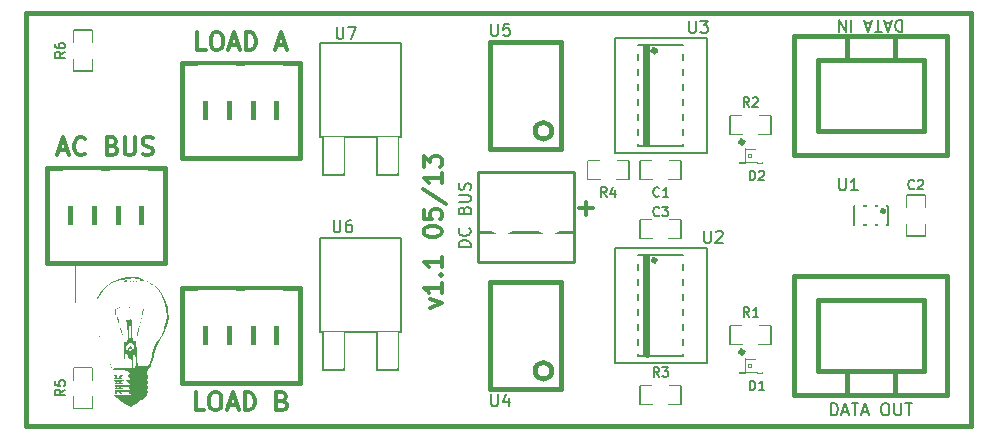
<source format=gto>
G04 (created by PCBNEW (2013-03-31 BZR 4008)-stable) date 2013-07-24 10:52:05 PM*
%MOIN*%
G04 Gerber Fmt 3.4, Leading zero omitted, Abs format*
%FSLAX34Y34*%
G01*
G70*
G90*
G04 APERTURE LIST*
%ADD10C,2.3622e-006*%
%ADD11C,0.015*%
%ADD12C,0.012*%
%ADD13C,0.006*%
%ADD14C,0.0001*%
%ADD15C,0.005*%
%ADD16C,0.0026*%
%ADD17C,0.004*%
%ADD18C,0.002*%
%ADD19C,0.0078*%
%ADD20C,0.008*%
%ADD21C,0.01*%
%ADD22C,0.16*%
%ADD23R,0.049X0.059*%
%ADD24R,0.059X0.049*%
%ADD25R,0.0512X0.0512*%
%ADD26R,0.069X0.124*%
%ADD27R,0.244X0.244*%
%ADD28R,0.0606X0.0709*%
%ADD29R,0.0638X0.0741*%
%ADD30R,0.0276X0.0394*%
%ADD31R,0.0906X0.0276*%
%ADD32O,0.104X0.179*%
%ADD33R,0.126X0.1205*%
%ADD34C,0.084*%
%ADD35R,0.084X0.084*%
G04 APERTURE END LIST*
G54D10*
G54D11*
X33750Y-27050D02*
G75*
G03X33750Y-27050I-50J0D01*
G74*
G01*
X33750Y-20050D02*
G75*
G03X33750Y-20050I-50J0D01*
G74*
G01*
G54D12*
X23297Y-25573D02*
X23697Y-25431D01*
X23297Y-25288D01*
X23697Y-24745D02*
X23697Y-25088D01*
X23697Y-24916D02*
X23097Y-24916D01*
X23183Y-24973D01*
X23240Y-25031D01*
X23269Y-25088D01*
X23640Y-24488D02*
X23669Y-24459D01*
X23697Y-24488D01*
X23669Y-24516D01*
X23640Y-24488D01*
X23697Y-24488D01*
X23697Y-23888D02*
X23697Y-24231D01*
X23697Y-24059D02*
X23097Y-24059D01*
X23183Y-24116D01*
X23240Y-24173D01*
X23269Y-24231D01*
X23097Y-23059D02*
X23097Y-23002D01*
X23126Y-22945D01*
X23155Y-22916D01*
X23212Y-22888D01*
X23326Y-22859D01*
X23469Y-22859D01*
X23583Y-22888D01*
X23640Y-22916D01*
X23669Y-22945D01*
X23697Y-23002D01*
X23697Y-23059D01*
X23669Y-23116D01*
X23640Y-23145D01*
X23583Y-23173D01*
X23469Y-23202D01*
X23326Y-23202D01*
X23212Y-23173D01*
X23155Y-23145D01*
X23126Y-23116D01*
X23097Y-23059D01*
X23097Y-22316D02*
X23097Y-22602D01*
X23383Y-22630D01*
X23355Y-22602D01*
X23326Y-22545D01*
X23326Y-22402D01*
X23355Y-22345D01*
X23383Y-22316D01*
X23440Y-22288D01*
X23583Y-22288D01*
X23640Y-22316D01*
X23669Y-22345D01*
X23697Y-22402D01*
X23697Y-22545D01*
X23669Y-22602D01*
X23640Y-22630D01*
X23069Y-21602D02*
X23840Y-22116D01*
X23697Y-21088D02*
X23697Y-21430D01*
X23697Y-21259D02*
X23097Y-21259D01*
X23183Y-21316D01*
X23240Y-21373D01*
X23269Y-21430D01*
X23097Y-20888D02*
X23097Y-20516D01*
X23326Y-20716D01*
X23326Y-20630D01*
X23355Y-20573D01*
X23383Y-20545D01*
X23440Y-20516D01*
X23583Y-20516D01*
X23640Y-20545D01*
X23669Y-20573D01*
X23697Y-20630D01*
X23697Y-20802D01*
X23669Y-20859D01*
X23640Y-20888D01*
G54D11*
X9843Y-29528D02*
X9843Y-15748D01*
X41339Y-29528D02*
X9843Y-29528D01*
X41339Y-15748D02*
X41339Y-29528D01*
X9843Y-15748D02*
X41339Y-15748D01*
X38439Y-22353D02*
G75*
G03X38439Y-22353I-34J0D01*
G74*
G01*
X30826Y-23996D02*
G75*
G03X30826Y-23996I-39J0D01*
G74*
G01*
X30842Y-17008D02*
G75*
G03X30842Y-17008I-55J0D01*
G74*
G01*
X30551Y-23858D02*
X30551Y-27165D01*
X30551Y-16850D02*
X30551Y-20118D01*
G54D13*
X36676Y-29161D02*
X36676Y-28761D01*
X36771Y-28761D01*
X36828Y-28780D01*
X36866Y-28819D01*
X36885Y-28857D01*
X36904Y-28933D01*
X36904Y-28990D01*
X36885Y-29066D01*
X36866Y-29104D01*
X36828Y-29142D01*
X36771Y-29161D01*
X36676Y-29161D01*
X37057Y-29047D02*
X37247Y-29047D01*
X37019Y-29161D02*
X37152Y-28761D01*
X37285Y-29161D01*
X37361Y-28761D02*
X37590Y-28761D01*
X37476Y-29161D02*
X37476Y-28761D01*
X37704Y-29047D02*
X37895Y-29047D01*
X37666Y-29161D02*
X37800Y-28761D01*
X37933Y-29161D01*
X38447Y-28761D02*
X38523Y-28761D01*
X38561Y-28780D01*
X38600Y-28819D01*
X38619Y-28895D01*
X38619Y-29028D01*
X38600Y-29104D01*
X38561Y-29142D01*
X38523Y-29161D01*
X38447Y-29161D01*
X38409Y-29142D01*
X38371Y-29104D01*
X38352Y-29028D01*
X38352Y-28895D01*
X38371Y-28819D01*
X38409Y-28780D01*
X38447Y-28761D01*
X38790Y-28761D02*
X38790Y-29085D01*
X38809Y-29123D01*
X38828Y-29142D01*
X38866Y-29161D01*
X38942Y-29161D01*
X38980Y-29142D01*
X39000Y-29123D01*
X39019Y-29085D01*
X39019Y-28761D01*
X39152Y-28761D02*
X39380Y-28761D01*
X39266Y-29161D02*
X39266Y-28761D01*
X39049Y-15980D02*
X39049Y-16380D01*
X38953Y-16380D01*
X38896Y-16361D01*
X38858Y-16322D01*
X38839Y-16284D01*
X38820Y-16208D01*
X38820Y-16151D01*
X38839Y-16075D01*
X38858Y-16037D01*
X38896Y-15999D01*
X38953Y-15980D01*
X39049Y-15980D01*
X38668Y-16094D02*
X38477Y-16094D01*
X38706Y-15980D02*
X38572Y-16380D01*
X38439Y-15980D01*
X38363Y-16380D02*
X38134Y-16380D01*
X38249Y-15980D02*
X38249Y-16380D01*
X38020Y-16094D02*
X37830Y-16094D01*
X38058Y-15980D02*
X37925Y-16380D01*
X37792Y-15980D01*
X37353Y-15980D02*
X37353Y-16380D01*
X37163Y-15980D02*
X37163Y-16380D01*
X36934Y-15980D01*
X36934Y-16380D01*
X38470Y-22317D02*
G75*
G03X38470Y-22317I-31J0D01*
G74*
G01*
G54D12*
X28271Y-22264D02*
X28728Y-22264D01*
X28500Y-22492D02*
X28500Y-22035D01*
G54D13*
X24661Y-23557D02*
X24261Y-23557D01*
X24261Y-23461D01*
X24280Y-23404D01*
X24319Y-23366D01*
X24357Y-23347D01*
X24433Y-23328D01*
X24490Y-23328D01*
X24566Y-23347D01*
X24604Y-23366D01*
X24642Y-23404D01*
X24661Y-23461D01*
X24661Y-23557D01*
X24623Y-22928D02*
X24642Y-22947D01*
X24661Y-23004D01*
X24661Y-23042D01*
X24642Y-23099D01*
X24604Y-23138D01*
X24566Y-23157D01*
X24490Y-23176D01*
X24433Y-23176D01*
X24357Y-23157D01*
X24319Y-23138D01*
X24280Y-23099D01*
X24261Y-23042D01*
X24261Y-23004D01*
X24280Y-22947D01*
X24300Y-22928D01*
X24452Y-22319D02*
X24471Y-22261D01*
X24490Y-22242D01*
X24528Y-22223D01*
X24585Y-22223D01*
X24623Y-22242D01*
X24642Y-22261D01*
X24661Y-22300D01*
X24661Y-22452D01*
X24261Y-22452D01*
X24261Y-22319D01*
X24280Y-22280D01*
X24300Y-22261D01*
X24338Y-22242D01*
X24376Y-22242D01*
X24414Y-22261D01*
X24433Y-22280D01*
X24452Y-22319D01*
X24452Y-22452D01*
X24261Y-22052D02*
X24585Y-22052D01*
X24623Y-22033D01*
X24642Y-22014D01*
X24661Y-21976D01*
X24661Y-21900D01*
X24642Y-21861D01*
X24623Y-21842D01*
X24585Y-21823D01*
X24261Y-21823D01*
X24642Y-21652D02*
X24661Y-21595D01*
X24661Y-21500D01*
X24642Y-21461D01*
X24623Y-21442D01*
X24585Y-21423D01*
X24547Y-21423D01*
X24509Y-21442D01*
X24490Y-21461D01*
X24471Y-21500D01*
X24452Y-21576D01*
X24433Y-21614D01*
X24414Y-21633D01*
X24376Y-21652D01*
X24338Y-21652D01*
X24300Y-21633D01*
X24280Y-21614D01*
X24261Y-21576D01*
X24261Y-21480D01*
X24280Y-21423D01*
G54D12*
X15785Y-28992D02*
X15500Y-28992D01*
X15500Y-28392D01*
X16100Y-28392D02*
X16214Y-28392D01*
X16271Y-28421D01*
X16328Y-28478D01*
X16357Y-28592D01*
X16357Y-28792D01*
X16328Y-28907D01*
X16271Y-28964D01*
X16214Y-28992D01*
X16100Y-28992D01*
X16042Y-28964D01*
X15985Y-28907D01*
X15957Y-28792D01*
X15957Y-28592D01*
X15985Y-28478D01*
X16042Y-28421D01*
X16100Y-28392D01*
X16585Y-28821D02*
X16871Y-28821D01*
X16528Y-28992D02*
X16728Y-28392D01*
X16928Y-28992D01*
X17128Y-28992D02*
X17128Y-28392D01*
X17271Y-28392D01*
X17357Y-28421D01*
X17414Y-28478D01*
X17442Y-28535D01*
X17471Y-28650D01*
X17471Y-28735D01*
X17442Y-28850D01*
X17414Y-28907D01*
X17357Y-28964D01*
X17271Y-28992D01*
X17128Y-28992D01*
X18385Y-28678D02*
X18471Y-28707D01*
X18500Y-28735D01*
X18528Y-28792D01*
X18528Y-28878D01*
X18500Y-28935D01*
X18471Y-28964D01*
X18414Y-28992D01*
X18185Y-28992D01*
X18185Y-28392D01*
X18385Y-28392D01*
X18442Y-28421D01*
X18471Y-28450D01*
X18500Y-28507D01*
X18500Y-28564D01*
X18471Y-28621D01*
X18442Y-28650D01*
X18385Y-28678D01*
X18185Y-28678D01*
X15828Y-16992D02*
X15542Y-16992D01*
X15542Y-16392D01*
X16142Y-16392D02*
X16257Y-16392D01*
X16314Y-16421D01*
X16371Y-16478D01*
X16400Y-16592D01*
X16400Y-16792D01*
X16371Y-16907D01*
X16314Y-16964D01*
X16257Y-16992D01*
X16142Y-16992D01*
X16085Y-16964D01*
X16028Y-16907D01*
X16000Y-16792D01*
X16000Y-16592D01*
X16028Y-16478D01*
X16085Y-16421D01*
X16142Y-16392D01*
X16628Y-16821D02*
X16914Y-16821D01*
X16571Y-16992D02*
X16771Y-16392D01*
X16971Y-16992D01*
X17171Y-16992D02*
X17171Y-16392D01*
X17314Y-16392D01*
X17400Y-16421D01*
X17457Y-16478D01*
X17485Y-16535D01*
X17514Y-16650D01*
X17514Y-16735D01*
X17485Y-16850D01*
X17457Y-16907D01*
X17400Y-16964D01*
X17314Y-16992D01*
X17171Y-16992D01*
X18200Y-16821D02*
X18485Y-16821D01*
X18142Y-16992D02*
X18342Y-16392D01*
X18542Y-16992D01*
X10928Y-20321D02*
X11214Y-20321D01*
X10871Y-20492D02*
X11071Y-19892D01*
X11271Y-20492D01*
X11814Y-20435D02*
X11785Y-20464D01*
X11700Y-20492D01*
X11642Y-20492D01*
X11557Y-20464D01*
X11500Y-20407D01*
X11471Y-20350D01*
X11442Y-20235D01*
X11442Y-20150D01*
X11471Y-20035D01*
X11500Y-19978D01*
X11557Y-19921D01*
X11642Y-19892D01*
X11700Y-19892D01*
X11785Y-19921D01*
X11814Y-19950D01*
X12728Y-20178D02*
X12814Y-20207D01*
X12842Y-20235D01*
X12871Y-20292D01*
X12871Y-20378D01*
X12842Y-20435D01*
X12814Y-20464D01*
X12757Y-20492D01*
X12528Y-20492D01*
X12528Y-19892D01*
X12728Y-19892D01*
X12785Y-19921D01*
X12814Y-19950D01*
X12842Y-20007D01*
X12842Y-20064D01*
X12814Y-20121D01*
X12785Y-20150D01*
X12728Y-20178D01*
X12528Y-20178D01*
X13128Y-19892D02*
X13128Y-20378D01*
X13157Y-20435D01*
X13185Y-20464D01*
X13242Y-20492D01*
X13357Y-20492D01*
X13414Y-20464D01*
X13442Y-20435D01*
X13471Y-20378D01*
X13471Y-19892D01*
X13728Y-20464D02*
X13814Y-20492D01*
X13957Y-20492D01*
X14014Y-20464D01*
X14042Y-20435D01*
X14071Y-20378D01*
X14071Y-20321D01*
X14042Y-20264D01*
X14014Y-20235D01*
X13957Y-20207D01*
X13842Y-20178D01*
X13785Y-20150D01*
X13757Y-20121D01*
X13728Y-20064D01*
X13728Y-20007D01*
X13757Y-19950D01*
X13785Y-19921D01*
X13842Y-19892D01*
X13985Y-19892D01*
X14071Y-19921D01*
G54D14*
G36*
X15150Y-24033D02*
X13325Y-24041D01*
X11500Y-24050D01*
X11491Y-26792D01*
X11483Y-29533D01*
X11475Y-26775D01*
X11467Y-24017D01*
X13308Y-24025D01*
X15150Y-24033D01*
X15150Y-24033D01*
X15150Y-24033D01*
G37*
G36*
X14594Y-25906D02*
X14573Y-26071D01*
X14523Y-26239D01*
X14467Y-26367D01*
X14467Y-26333D01*
X14450Y-26317D01*
X14433Y-26333D01*
X14450Y-26350D01*
X14467Y-26333D01*
X14467Y-26367D01*
X14441Y-26427D01*
X14321Y-26650D01*
X14316Y-26658D01*
X14213Y-26849D01*
X14145Y-27005D01*
X14105Y-27144D01*
X14096Y-27192D01*
X14066Y-27325D01*
X14025Y-27450D01*
X13994Y-27517D01*
X13922Y-27657D01*
X13891Y-27767D01*
X13903Y-27838D01*
X13908Y-27845D01*
X13925Y-27894D01*
X13906Y-27926D01*
X13886Y-27977D01*
X13906Y-28009D01*
X13926Y-28057D01*
X13906Y-28093D01*
X13886Y-28144D01*
X13906Y-28176D01*
X13926Y-28223D01*
X13906Y-28259D01*
X13886Y-28311D01*
X13906Y-28342D01*
X13914Y-28394D01*
X13874Y-28471D01*
X13794Y-28564D01*
X13700Y-28647D01*
X13700Y-28596D01*
X13678Y-28594D01*
X13667Y-28600D01*
X13635Y-28631D01*
X13633Y-28637D01*
X13655Y-28639D01*
X13667Y-28633D01*
X13698Y-28602D01*
X13700Y-28596D01*
X13700Y-28647D01*
X13682Y-28664D01*
X13557Y-28753D01*
X13504Y-28786D01*
X13504Y-27475D01*
X13504Y-27335D01*
X13500Y-27294D01*
X13500Y-27100D01*
X13483Y-27083D01*
X13467Y-27100D01*
X13483Y-27117D01*
X13500Y-27100D01*
X13500Y-27294D01*
X13495Y-27243D01*
X13473Y-27184D01*
X13461Y-27168D01*
X13461Y-27038D01*
X13458Y-27033D01*
X13458Y-26957D01*
X13452Y-26896D01*
X13427Y-26822D01*
X13388Y-26758D01*
X13382Y-26752D01*
X13345Y-26727D01*
X13333Y-26731D01*
X13333Y-26412D01*
X13333Y-26367D01*
X13329Y-26236D01*
X13320Y-26133D01*
X13305Y-26074D01*
X13300Y-26067D01*
X13283Y-26087D01*
X13272Y-26170D01*
X13267Y-26312D01*
X13267Y-26367D01*
X13270Y-26525D01*
X13279Y-26627D01*
X13294Y-26667D01*
X13300Y-26667D01*
X13315Y-26626D01*
X13327Y-26535D01*
X13333Y-26412D01*
X13333Y-26731D01*
X13304Y-26743D01*
X13251Y-26796D01*
X13188Y-26870D01*
X13170Y-26919D01*
X13191Y-26960D01*
X13199Y-26969D01*
X13258Y-27001D01*
X13322Y-27004D01*
X13363Y-26980D01*
X13367Y-26964D01*
X13349Y-26921D01*
X13302Y-26932D01*
X13275Y-26954D01*
X13248Y-26969D01*
X13247Y-26929D01*
X13278Y-26871D01*
X13330Y-26859D01*
X13375Y-26897D01*
X13383Y-26915D01*
X13414Y-26970D01*
X13439Y-26983D01*
X13458Y-26957D01*
X13458Y-27033D01*
X13455Y-27028D01*
X13416Y-27024D01*
X13411Y-27028D01*
X13416Y-27047D01*
X13433Y-27050D01*
X13461Y-27038D01*
X13461Y-27168D01*
X13447Y-27151D01*
X13422Y-27134D01*
X13408Y-27152D01*
X13401Y-27215D01*
X13400Y-27335D01*
X13400Y-27337D01*
X13403Y-27457D01*
X13411Y-27548D01*
X13421Y-27594D01*
X13422Y-27594D01*
X13466Y-27616D01*
X13493Y-27574D01*
X13504Y-27475D01*
X13504Y-28786D01*
X13456Y-28817D01*
X13377Y-28863D01*
X13337Y-28883D01*
X13336Y-28883D01*
X13299Y-28867D01*
X13223Y-28827D01*
X13150Y-28786D01*
X13036Y-28712D01*
X12929Y-28628D01*
X12885Y-28587D01*
X12787Y-28483D01*
X13085Y-28479D01*
X13209Y-28476D01*
X13294Y-28471D01*
X13330Y-28464D01*
X13324Y-28460D01*
X13284Y-28434D01*
X13285Y-28414D01*
X13267Y-28396D01*
X13198Y-28387D01*
X13143Y-28386D01*
X13054Y-28390D01*
X13025Y-28400D01*
X13050Y-28417D01*
X13089Y-28437D01*
X13071Y-28445D01*
X13025Y-28447D01*
X12951Y-28434D01*
X12933Y-28398D01*
X12917Y-28364D01*
X12899Y-28367D01*
X12880Y-28407D01*
X12885Y-28419D01*
X12875Y-28445D01*
X12850Y-28450D01*
X12814Y-28433D01*
X12819Y-28413D01*
X12816Y-28365D01*
X12796Y-28343D01*
X12794Y-28326D01*
X12858Y-28323D01*
X12950Y-28328D01*
X13081Y-28333D01*
X13205Y-28327D01*
X13267Y-28318D01*
X13326Y-28300D01*
X13333Y-28288D01*
X13323Y-28287D01*
X13282Y-28269D01*
X13283Y-28250D01*
X13266Y-28230D01*
X13191Y-28220D01*
X13127Y-28220D01*
X13032Y-28224D01*
X12998Y-28231D01*
X13019Y-28245D01*
X13033Y-28250D01*
X13067Y-28265D01*
X13046Y-28274D01*
X12966Y-28279D01*
X12933Y-28279D01*
X12933Y-28215D01*
X12913Y-28195D01*
X12900Y-28200D01*
X12868Y-28230D01*
X12867Y-28235D01*
X12892Y-28249D01*
X12900Y-28250D01*
X12932Y-28224D01*
X12933Y-28215D01*
X12933Y-28279D01*
X12830Y-28277D01*
X12788Y-28267D01*
X12800Y-28249D01*
X12833Y-28218D01*
X12807Y-28188D01*
X12800Y-28184D01*
X12798Y-28167D01*
X12855Y-28156D01*
X12973Y-28151D01*
X13050Y-28150D01*
X13199Y-28147D01*
X13284Y-28138D01*
X13307Y-28124D01*
X13300Y-28117D01*
X13273Y-28089D01*
X13283Y-28082D01*
X13282Y-28069D01*
X13233Y-28044D01*
X13182Y-28015D01*
X13192Y-27996D01*
X13200Y-27993D01*
X13274Y-27970D01*
X13294Y-27964D01*
X13317Y-27943D01*
X13288Y-27900D01*
X13282Y-27894D01*
X13245Y-27847D01*
X13258Y-27815D01*
X13277Y-27800D01*
X13316Y-27752D01*
X13291Y-27713D01*
X13206Y-27684D01*
X13062Y-27667D01*
X13029Y-27665D01*
X12905Y-27659D01*
X12807Y-27655D01*
X12754Y-27652D01*
X12751Y-27652D01*
X12740Y-27633D01*
X12753Y-27617D01*
X12799Y-27601D01*
X12895Y-27588D01*
X13023Y-27579D01*
X13078Y-27578D01*
X13370Y-27572D01*
X13360Y-27361D01*
X13352Y-27252D01*
X13339Y-27176D01*
X13325Y-27150D01*
X13305Y-27178D01*
X13298Y-27225D01*
X13294Y-27275D01*
X13282Y-27267D01*
X13259Y-27217D01*
X13233Y-27148D01*
X13226Y-27114D01*
X13203Y-27096D01*
X13183Y-27094D01*
X13142Y-27105D01*
X13139Y-27114D01*
X13139Y-27157D01*
X13135Y-27238D01*
X13135Y-27250D01*
X13126Y-27319D01*
X13112Y-27322D01*
X13106Y-27310D01*
X13097Y-27254D01*
X13094Y-27148D01*
X13094Y-27012D01*
X13097Y-26927D01*
X13104Y-26798D01*
X13112Y-26708D01*
X13120Y-26668D01*
X13125Y-26675D01*
X13150Y-26739D01*
X13185Y-26740D01*
X13215Y-26692D01*
X13227Y-26622D01*
X13232Y-26508D01*
X13230Y-26373D01*
X13223Y-26236D01*
X13211Y-26119D01*
X13195Y-26044D01*
X13192Y-26037D01*
X13176Y-25991D01*
X13208Y-25987D01*
X13229Y-25992D01*
X13285Y-25995D01*
X13300Y-25981D01*
X13324Y-25964D01*
X13342Y-25968D01*
X13362Y-26000D01*
X13375Y-26081D01*
X13382Y-26218D01*
X13383Y-26339D01*
X13386Y-26514D01*
X13395Y-26630D01*
X13410Y-26692D01*
X13425Y-26708D01*
X13466Y-26692D01*
X13495Y-26645D01*
X13511Y-26621D01*
X13520Y-26654D01*
X13525Y-26748D01*
X13525Y-26800D01*
X13530Y-26961D01*
X13542Y-27144D01*
X13555Y-27283D01*
X13583Y-27533D01*
X13747Y-27533D01*
X13850Y-27529D01*
X13911Y-27507D01*
X13954Y-27458D01*
X13970Y-27433D01*
X14011Y-27329D01*
X14031Y-27213D01*
X14031Y-27207D01*
X14049Y-27109D01*
X14093Y-26975D01*
X14155Y-26827D01*
X14225Y-26686D01*
X14294Y-26572D01*
X14329Y-26528D01*
X14370Y-26472D01*
X14376Y-26437D01*
X14380Y-26418D01*
X14391Y-26417D01*
X14421Y-26391D01*
X14422Y-26375D01*
X14430Y-26322D01*
X14453Y-26229D01*
X14479Y-26138D01*
X14529Y-25873D01*
X14521Y-25603D01*
X14458Y-25343D01*
X14343Y-25105D01*
X14239Y-24967D01*
X14150Y-24867D01*
X14260Y-24966D01*
X14389Y-25120D01*
X14493Y-25319D01*
X14565Y-25542D01*
X14592Y-25728D01*
X14594Y-25906D01*
X14594Y-25906D01*
X14594Y-25906D01*
G37*
G36*
X13102Y-27995D02*
X13097Y-28008D01*
X13067Y-28022D01*
X13010Y-28049D01*
X13012Y-28067D01*
X13050Y-28084D01*
X13069Y-28101D01*
X13028Y-28110D01*
X12933Y-28114D01*
X12933Y-28048D01*
X12913Y-28028D01*
X12900Y-28033D01*
X12868Y-28063D01*
X12867Y-28068D01*
X12892Y-28083D01*
X12900Y-28083D01*
X12932Y-28058D01*
X12933Y-28048D01*
X12933Y-28114D01*
X12830Y-28111D01*
X12788Y-28101D01*
X12800Y-28083D01*
X12833Y-28051D01*
X12807Y-28021D01*
X12800Y-28017D01*
X12791Y-27998D01*
X12840Y-27988D01*
X12950Y-27986D01*
X13055Y-27988D01*
X13102Y-27995D01*
X13102Y-27995D01*
X13102Y-27995D01*
G37*
G36*
X13085Y-27835D02*
X13054Y-27855D01*
X13014Y-27888D01*
X13032Y-27916D01*
X13038Y-27920D01*
X13040Y-27938D01*
X12979Y-27948D01*
X12921Y-27949D01*
X12826Y-27947D01*
X12786Y-27935D01*
X12791Y-27911D01*
X12797Y-27903D01*
X12818Y-27860D01*
X12793Y-27839D01*
X12786Y-27825D01*
X12824Y-27819D01*
X12877Y-27830D01*
X12879Y-27867D01*
X12880Y-27909D01*
X12896Y-27917D01*
X12929Y-27890D01*
X12933Y-27867D01*
X12962Y-27827D01*
X13025Y-27818D01*
X13085Y-27821D01*
X13085Y-27835D01*
X13085Y-27835D01*
X13085Y-27835D01*
G37*
G36*
X12725Y-27581D02*
X12720Y-27583D01*
X12690Y-27560D01*
X12683Y-27550D01*
X12675Y-27519D01*
X12679Y-27517D01*
X12710Y-27540D01*
X12717Y-27550D01*
X12725Y-27581D01*
X12725Y-27581D01*
X12725Y-27581D01*
G37*
G36*
X12667Y-27467D02*
X12650Y-27483D01*
X12633Y-27467D01*
X12650Y-27450D01*
X12667Y-27467D01*
X12667Y-27467D01*
X12667Y-27467D01*
G37*
G36*
X12659Y-27367D02*
X12655Y-27372D01*
X12636Y-27367D01*
X12633Y-27350D01*
X12645Y-27322D01*
X12655Y-27328D01*
X12659Y-27367D01*
X12659Y-27367D01*
X12659Y-27367D01*
G37*
G36*
X13093Y-26567D02*
X13089Y-26572D01*
X13069Y-26567D01*
X13067Y-26550D01*
X13079Y-26522D01*
X13089Y-26528D01*
X13093Y-26567D01*
X13093Y-26567D01*
X13093Y-26567D01*
G37*
G36*
X12300Y-26533D02*
X12283Y-26550D01*
X12267Y-26533D01*
X12283Y-26517D01*
X12300Y-26533D01*
X12300Y-26533D01*
X12300Y-26533D01*
G37*
G36*
X13630Y-26183D02*
X13622Y-26243D01*
X13601Y-26339D01*
X13586Y-26400D01*
X13560Y-26483D01*
X13542Y-26522D01*
X13537Y-26517D01*
X13544Y-26457D01*
X13565Y-26360D01*
X13581Y-26300D01*
X13607Y-26217D01*
X13624Y-26177D01*
X13630Y-26183D01*
X13630Y-26183D01*
X13630Y-26183D01*
G37*
G36*
X13060Y-26462D02*
X13057Y-26470D01*
X13041Y-26450D01*
X13015Y-26384D01*
X13003Y-26347D01*
X12981Y-26260D01*
X12973Y-26205D01*
X12976Y-26196D01*
X12992Y-26216D01*
X13018Y-26282D01*
X13030Y-26320D01*
X13052Y-26406D01*
X13060Y-26462D01*
X13060Y-26462D01*
X13060Y-26462D01*
G37*
G36*
X12962Y-26132D02*
X12961Y-26133D01*
X12945Y-26110D01*
X12914Y-26038D01*
X12874Y-25931D01*
X12863Y-25897D01*
X12826Y-25778D01*
X12805Y-25685D01*
X12803Y-25634D01*
X12806Y-25630D01*
X12828Y-25631D01*
X12827Y-25639D01*
X12833Y-25682D01*
X12857Y-25770D01*
X12893Y-25884D01*
X12896Y-25894D01*
X12932Y-26006D01*
X12956Y-26091D01*
X12962Y-26132D01*
X12962Y-26132D01*
X12962Y-26132D01*
G37*
G36*
X13661Y-26070D02*
X13656Y-26089D01*
X13641Y-26102D01*
X13636Y-26069D01*
X13642Y-26026D01*
X13653Y-26026D01*
X13661Y-26070D01*
X13661Y-26070D01*
X13661Y-26070D01*
G37*
G36*
X13695Y-25937D02*
X13689Y-25956D01*
X13674Y-25969D01*
X13669Y-25936D01*
X13675Y-25893D01*
X13687Y-25892D01*
X13695Y-25937D01*
X13695Y-25937D01*
X13695Y-25937D01*
G37*
G36*
X13762Y-25667D02*
X13748Y-25754D01*
X13733Y-25800D01*
X13711Y-25847D01*
X13705Y-25834D01*
X13705Y-25800D01*
X13718Y-25712D01*
X13733Y-25667D01*
X13755Y-25619D01*
X13762Y-25632D01*
X13762Y-25667D01*
X13762Y-25667D01*
X13762Y-25667D01*
G37*
G36*
X12900Y-25600D02*
X12883Y-25617D01*
X12867Y-25600D01*
X12883Y-25583D01*
X12900Y-25600D01*
X12900Y-25600D01*
X12900Y-25600D01*
G37*
G36*
X12967Y-25567D02*
X12950Y-25583D01*
X12933Y-25567D01*
X12950Y-25550D01*
X12967Y-25567D01*
X12967Y-25567D01*
X12967Y-25567D01*
G37*
G36*
X13300Y-25567D02*
X13283Y-25583D01*
X13267Y-25567D01*
X13283Y-25550D01*
X13300Y-25567D01*
X13300Y-25567D01*
X13300Y-25567D01*
G37*
G36*
X12226Y-25401D02*
X12222Y-25405D01*
X12202Y-25401D01*
X12200Y-25383D01*
X12212Y-25356D01*
X12222Y-25361D01*
X12226Y-25401D01*
X12226Y-25401D01*
X12226Y-25401D01*
G37*
G36*
X13809Y-24671D02*
X13800Y-24671D01*
X13729Y-24675D01*
X13692Y-24688D01*
X13651Y-24701D01*
X13653Y-24672D01*
X13640Y-24631D01*
X13564Y-24606D01*
X13425Y-24598D01*
X13263Y-24603D01*
X12975Y-24647D01*
X12724Y-24747D01*
X12512Y-24901D01*
X12339Y-25108D01*
X12333Y-25117D01*
X12264Y-25220D01*
X12223Y-25272D01*
X12204Y-25278D01*
X12200Y-25255D01*
X12218Y-25213D01*
X12265Y-25140D01*
X12296Y-25097D01*
X12491Y-24874D01*
X12705Y-24714D01*
X12946Y-24611D01*
X13221Y-24562D01*
X13300Y-24558D01*
X13456Y-24556D01*
X13566Y-24565D01*
X13654Y-24588D01*
X13717Y-24616D01*
X13784Y-24653D01*
X13809Y-24671D01*
X13809Y-24671D01*
X13809Y-24671D01*
G37*
G36*
X14067Y-24801D02*
X14056Y-24815D01*
X14016Y-24792D01*
X13981Y-24765D01*
X13938Y-24729D01*
X13950Y-24730D01*
X13992Y-24749D01*
X14048Y-24782D01*
X14067Y-24801D01*
X14067Y-24801D01*
X14067Y-24801D01*
G37*
G36*
X13222Y-24671D02*
X13195Y-24709D01*
X13161Y-24717D01*
X13110Y-24703D01*
X13100Y-24687D01*
X13127Y-24655D01*
X13161Y-24642D01*
X13212Y-24647D01*
X13222Y-24671D01*
X13222Y-24671D01*
X13222Y-24671D01*
G37*
G36*
X13355Y-24694D02*
X13351Y-24714D01*
X13333Y-24717D01*
X13306Y-24704D01*
X13311Y-24694D01*
X13351Y-24690D01*
X13355Y-24694D01*
X13355Y-24694D01*
X13355Y-24694D01*
G37*
G36*
X13455Y-24694D02*
X13451Y-24714D01*
X13433Y-24717D01*
X13406Y-24704D01*
X13411Y-24694D01*
X13451Y-24690D01*
X13455Y-24694D01*
X13455Y-24694D01*
X13455Y-24694D01*
G37*
G36*
X13533Y-24700D02*
X13517Y-24717D01*
X13500Y-24700D01*
X13517Y-24683D01*
X13533Y-24700D01*
X13533Y-24700D01*
X13533Y-24700D01*
G37*
G36*
X13900Y-24700D02*
X13883Y-24717D01*
X13867Y-24700D01*
X13883Y-24683D01*
X13900Y-24700D01*
X13900Y-24700D01*
X13900Y-24700D01*
G37*
G54D15*
X30720Y-21300D02*
X30320Y-21300D01*
X30320Y-21300D02*
X30320Y-20700D01*
X30320Y-20700D02*
X30720Y-20700D01*
X31280Y-20700D02*
X31680Y-20700D01*
X31680Y-20700D02*
X31680Y-21300D01*
X31680Y-21300D02*
X31280Y-21300D01*
X11450Y-16720D02*
X11450Y-16320D01*
X11450Y-16320D02*
X12050Y-16320D01*
X12050Y-16320D02*
X12050Y-16720D01*
X12050Y-17280D02*
X12050Y-17680D01*
X12050Y-17680D02*
X11450Y-17680D01*
X11450Y-17680D02*
X11450Y-17280D01*
X12050Y-28530D02*
X12050Y-28930D01*
X12050Y-28930D02*
X11450Y-28930D01*
X11450Y-28930D02*
X11450Y-28530D01*
X11450Y-27970D02*
X11450Y-27570D01*
X11450Y-27570D02*
X12050Y-27570D01*
X12050Y-27570D02*
X12050Y-27970D01*
X29530Y-20700D02*
X29930Y-20700D01*
X29930Y-20700D02*
X29930Y-21300D01*
X29930Y-21300D02*
X29530Y-21300D01*
X28970Y-21300D02*
X28570Y-21300D01*
X28570Y-21300D02*
X28570Y-20700D01*
X28570Y-20700D02*
X28970Y-20700D01*
X31280Y-28200D02*
X31680Y-28200D01*
X31680Y-28200D02*
X31680Y-28800D01*
X31680Y-28800D02*
X31280Y-28800D01*
X30720Y-28800D02*
X30320Y-28800D01*
X30320Y-28800D02*
X30320Y-28200D01*
X30320Y-28200D02*
X30720Y-28200D01*
X34280Y-19200D02*
X34680Y-19200D01*
X34680Y-19200D02*
X34680Y-19800D01*
X34680Y-19800D02*
X34280Y-19800D01*
X33720Y-19800D02*
X33320Y-19800D01*
X33320Y-19800D02*
X33320Y-19200D01*
X33320Y-19200D02*
X33720Y-19200D01*
X34280Y-26200D02*
X34680Y-26200D01*
X34680Y-26200D02*
X34680Y-26800D01*
X34680Y-26800D02*
X34280Y-26800D01*
X33720Y-26800D02*
X33320Y-26800D01*
X33320Y-26800D02*
X33320Y-26200D01*
X33320Y-26200D02*
X33720Y-26200D01*
G54D16*
X33804Y-20382D02*
X33804Y-20254D01*
X33804Y-20254D02*
X33607Y-20254D01*
X33607Y-20382D02*
X33607Y-20254D01*
X33804Y-20382D02*
X33607Y-20382D01*
X33804Y-20627D02*
X33804Y-20568D01*
X33804Y-20568D02*
X33705Y-20568D01*
X33705Y-20627D02*
X33705Y-20568D01*
X33804Y-20627D02*
X33705Y-20627D01*
X33804Y-20432D02*
X33804Y-20373D01*
X33804Y-20373D02*
X33705Y-20373D01*
X33705Y-20432D02*
X33705Y-20373D01*
X33804Y-20432D02*
X33705Y-20432D01*
X33804Y-20578D02*
X33804Y-20422D01*
X33804Y-20422D02*
X33735Y-20422D01*
X33735Y-20578D02*
X33735Y-20422D01*
X33804Y-20578D02*
X33735Y-20578D01*
X34393Y-20382D02*
X34393Y-20254D01*
X34393Y-20254D02*
X34196Y-20254D01*
X34196Y-20382D02*
X34196Y-20254D01*
X34393Y-20382D02*
X34196Y-20382D01*
X34393Y-20746D02*
X34393Y-20618D01*
X34393Y-20618D02*
X34196Y-20618D01*
X34196Y-20746D02*
X34196Y-20618D01*
X34393Y-20746D02*
X34196Y-20746D01*
X34295Y-20432D02*
X34295Y-20373D01*
X34295Y-20373D02*
X34196Y-20373D01*
X34196Y-20432D02*
X34196Y-20373D01*
X34295Y-20432D02*
X34196Y-20432D01*
X34295Y-20627D02*
X34295Y-20568D01*
X34295Y-20568D02*
X34196Y-20568D01*
X34196Y-20627D02*
X34196Y-20568D01*
X34295Y-20627D02*
X34196Y-20627D01*
X34265Y-20578D02*
X34265Y-20422D01*
X34265Y-20422D02*
X34196Y-20422D01*
X34196Y-20578D02*
X34196Y-20422D01*
X34265Y-20578D02*
X34196Y-20578D01*
X34000Y-20539D02*
X34000Y-20461D01*
X34000Y-20461D02*
X33922Y-20461D01*
X33922Y-20539D02*
X33922Y-20461D01*
X34000Y-20539D02*
X33922Y-20539D01*
X33804Y-20736D02*
X33804Y-20618D01*
X33804Y-20618D02*
X33686Y-20618D01*
X33686Y-20736D02*
X33686Y-20618D01*
X33804Y-20736D02*
X33686Y-20736D01*
X33636Y-20746D02*
X33636Y-20657D01*
X33636Y-20657D02*
X33607Y-20657D01*
X33607Y-20746D02*
X33607Y-20657D01*
X33636Y-20746D02*
X33607Y-20746D01*
G54D17*
X33794Y-20274D02*
X34206Y-20274D01*
X34196Y-20726D02*
X33636Y-20726D01*
G54D18*
X33694Y-20677D02*
G75*
G03X33694Y-20677I-28J0D01*
G74*
G01*
G54D17*
X33607Y-20637D02*
G75*
G03X33607Y-20363I0J137D01*
G74*
G01*
X34393Y-20363D02*
G75*
G03X34393Y-20637I0J-137D01*
G74*
G01*
G54D16*
X33804Y-27382D02*
X33804Y-27254D01*
X33804Y-27254D02*
X33607Y-27254D01*
X33607Y-27382D02*
X33607Y-27254D01*
X33804Y-27382D02*
X33607Y-27382D01*
X33804Y-27627D02*
X33804Y-27568D01*
X33804Y-27568D02*
X33705Y-27568D01*
X33705Y-27627D02*
X33705Y-27568D01*
X33804Y-27627D02*
X33705Y-27627D01*
X33804Y-27432D02*
X33804Y-27373D01*
X33804Y-27373D02*
X33705Y-27373D01*
X33705Y-27432D02*
X33705Y-27373D01*
X33804Y-27432D02*
X33705Y-27432D01*
X33804Y-27578D02*
X33804Y-27422D01*
X33804Y-27422D02*
X33735Y-27422D01*
X33735Y-27578D02*
X33735Y-27422D01*
X33804Y-27578D02*
X33735Y-27578D01*
X34393Y-27382D02*
X34393Y-27254D01*
X34393Y-27254D02*
X34196Y-27254D01*
X34196Y-27382D02*
X34196Y-27254D01*
X34393Y-27382D02*
X34196Y-27382D01*
X34393Y-27746D02*
X34393Y-27618D01*
X34393Y-27618D02*
X34196Y-27618D01*
X34196Y-27746D02*
X34196Y-27618D01*
X34393Y-27746D02*
X34196Y-27746D01*
X34295Y-27432D02*
X34295Y-27373D01*
X34295Y-27373D02*
X34196Y-27373D01*
X34196Y-27432D02*
X34196Y-27373D01*
X34295Y-27432D02*
X34196Y-27432D01*
X34295Y-27627D02*
X34295Y-27568D01*
X34295Y-27568D02*
X34196Y-27568D01*
X34196Y-27627D02*
X34196Y-27568D01*
X34295Y-27627D02*
X34196Y-27627D01*
X34265Y-27578D02*
X34265Y-27422D01*
X34265Y-27422D02*
X34196Y-27422D01*
X34196Y-27578D02*
X34196Y-27422D01*
X34265Y-27578D02*
X34196Y-27578D01*
X34000Y-27539D02*
X34000Y-27461D01*
X34000Y-27461D02*
X33922Y-27461D01*
X33922Y-27539D02*
X33922Y-27461D01*
X34000Y-27539D02*
X33922Y-27539D01*
X33804Y-27736D02*
X33804Y-27618D01*
X33804Y-27618D02*
X33686Y-27618D01*
X33686Y-27736D02*
X33686Y-27618D01*
X33804Y-27736D02*
X33686Y-27736D01*
X33636Y-27746D02*
X33636Y-27657D01*
X33636Y-27657D02*
X33607Y-27657D01*
X33607Y-27746D02*
X33607Y-27657D01*
X33636Y-27746D02*
X33607Y-27746D01*
G54D17*
X33794Y-27274D02*
X34206Y-27274D01*
X34196Y-27726D02*
X33636Y-27726D01*
G54D18*
X33694Y-27677D02*
G75*
G03X33694Y-27677I-28J0D01*
G74*
G01*
G54D17*
X33607Y-27637D02*
G75*
G03X33607Y-27363I0J137D01*
G74*
G01*
X34393Y-27363D02*
G75*
G03X34393Y-27637I0J-137D01*
G74*
G01*
G54D15*
X21550Y-26400D02*
X21550Y-27650D01*
X21550Y-27650D02*
X22250Y-27650D01*
X22250Y-27650D02*
X22250Y-26400D01*
X19750Y-26400D02*
X19750Y-27650D01*
X19750Y-27650D02*
X20450Y-27650D01*
X20450Y-27650D02*
X20450Y-26400D01*
X22350Y-24000D02*
X22350Y-26400D01*
X22350Y-26400D02*
X19650Y-26400D01*
X19650Y-26400D02*
X19650Y-23300D01*
X19650Y-23250D02*
X22350Y-23250D01*
X22350Y-23300D02*
X22350Y-24000D01*
X21550Y-19900D02*
X21550Y-21150D01*
X21550Y-21150D02*
X22250Y-21150D01*
X22250Y-21150D02*
X22250Y-19900D01*
X19750Y-19900D02*
X19750Y-21150D01*
X19750Y-21150D02*
X20450Y-21150D01*
X20450Y-21150D02*
X20450Y-19900D01*
X22350Y-17500D02*
X22350Y-19900D01*
X22350Y-19900D02*
X19650Y-19900D01*
X19650Y-19900D02*
X19650Y-16800D01*
X19650Y-16750D02*
X22350Y-16750D01*
X22350Y-16800D02*
X22350Y-17500D01*
G54D11*
X25319Y-24728D02*
X27681Y-24728D01*
X25319Y-28272D02*
X27681Y-28272D01*
X27681Y-28272D02*
X27681Y-24728D01*
X25319Y-28272D02*
X25319Y-24728D01*
X27369Y-27681D02*
G75*
G03X27369Y-27681I-278J0D01*
G74*
G01*
X25319Y-16728D02*
X27681Y-16728D01*
X25319Y-20272D02*
X27681Y-20272D01*
X27681Y-20272D02*
X27681Y-16728D01*
X25319Y-20272D02*
X25319Y-16728D01*
X27369Y-19681D02*
G75*
G03X27369Y-19681I-278J0D01*
G74*
G01*
G54D16*
X38472Y-21949D02*
X38275Y-21949D01*
X38275Y-21949D02*
X38275Y-22186D01*
X38472Y-22186D02*
X38275Y-22186D01*
X38472Y-21949D02*
X38472Y-22186D01*
X38098Y-21949D02*
X37902Y-21949D01*
X37902Y-21949D02*
X37902Y-22186D01*
X38098Y-22186D02*
X37902Y-22186D01*
X38098Y-21949D02*
X38098Y-22186D01*
X37725Y-21949D02*
X37528Y-21949D01*
X37528Y-21949D02*
X37528Y-22186D01*
X37725Y-22186D02*
X37528Y-22186D01*
X37725Y-21949D02*
X37725Y-22186D01*
X37725Y-22814D02*
X37528Y-22814D01*
X37528Y-22814D02*
X37528Y-23051D01*
X37725Y-23051D02*
X37528Y-23051D01*
X37725Y-22814D02*
X37725Y-23051D01*
X38098Y-22814D02*
X37902Y-22814D01*
X37902Y-22814D02*
X37902Y-23051D01*
X38098Y-23051D02*
X37902Y-23051D01*
X38098Y-22814D02*
X38098Y-23051D01*
X38472Y-22814D02*
X38275Y-22814D01*
X38275Y-22814D02*
X38275Y-23051D01*
X38472Y-23051D02*
X38275Y-23051D01*
X38472Y-22814D02*
X38472Y-23051D01*
G54D13*
X37441Y-22193D02*
X38560Y-22193D01*
X38560Y-22193D02*
X38560Y-22807D01*
X38560Y-22807D02*
X37441Y-22807D01*
X37441Y-22807D02*
X37441Y-22193D01*
G54D14*
X38478Y-22304D02*
G75*
G03X38478Y-22304I-26J0D01*
G74*
G01*
G54D16*
X29780Y-23904D02*
X29780Y-24097D01*
X29780Y-24097D02*
X30213Y-24097D01*
X30213Y-23904D02*
X30213Y-24097D01*
X29780Y-23904D02*
X30213Y-23904D01*
X29780Y-24404D02*
X29780Y-24597D01*
X29780Y-24597D02*
X30213Y-24597D01*
X30213Y-24404D02*
X30213Y-24597D01*
X29780Y-24404D02*
X30213Y-24404D01*
X29780Y-24904D02*
X29780Y-25097D01*
X29780Y-25097D02*
X30213Y-25097D01*
X30213Y-24904D02*
X30213Y-25097D01*
X29780Y-24904D02*
X30213Y-24904D01*
X29780Y-25404D02*
X29780Y-25596D01*
X29780Y-25596D02*
X30213Y-25596D01*
X30213Y-25404D02*
X30213Y-25596D01*
X29780Y-25404D02*
X30213Y-25404D01*
X31787Y-25404D02*
X31787Y-25596D01*
X31787Y-25596D02*
X32220Y-25596D01*
X32220Y-25404D02*
X32220Y-25596D01*
X31787Y-25404D02*
X32220Y-25404D01*
X31787Y-24904D02*
X31787Y-25097D01*
X31787Y-25097D02*
X32220Y-25097D01*
X32220Y-24904D02*
X32220Y-25097D01*
X31787Y-24904D02*
X32220Y-24904D01*
X31787Y-24404D02*
X31787Y-24597D01*
X31787Y-24597D02*
X32220Y-24597D01*
X32220Y-24404D02*
X32220Y-24597D01*
X31787Y-24404D02*
X32220Y-24404D01*
X31787Y-23904D02*
X31787Y-24097D01*
X31787Y-24097D02*
X32220Y-24097D01*
X32220Y-23904D02*
X32220Y-24097D01*
X31787Y-23904D02*
X32220Y-23904D01*
X29780Y-25903D02*
X29780Y-26096D01*
X29780Y-26096D02*
X30213Y-26096D01*
X30213Y-25903D02*
X30213Y-26096D01*
X29780Y-25903D02*
X30213Y-25903D01*
X29780Y-26403D02*
X29780Y-26596D01*
X29780Y-26596D02*
X30213Y-26596D01*
X30213Y-26403D02*
X30213Y-26596D01*
X29780Y-26403D02*
X30213Y-26403D01*
X29780Y-26903D02*
X29780Y-27096D01*
X29780Y-27096D02*
X30213Y-27096D01*
X30213Y-26903D02*
X30213Y-27096D01*
X29780Y-26903D02*
X30213Y-26903D01*
X31787Y-26903D02*
X31787Y-27096D01*
X31787Y-27096D02*
X32220Y-27096D01*
X32220Y-26903D02*
X32220Y-27096D01*
X31787Y-26903D02*
X32220Y-26903D01*
X31787Y-26403D02*
X31787Y-26596D01*
X31787Y-26596D02*
X32220Y-26596D01*
X32220Y-26403D02*
X32220Y-26596D01*
X31787Y-26403D02*
X32220Y-26403D01*
X31787Y-25903D02*
X31787Y-26096D01*
X31787Y-26096D02*
X32220Y-26096D01*
X32220Y-25903D02*
X32220Y-26096D01*
X31787Y-25903D02*
X32220Y-25903D01*
G54D19*
X32535Y-23573D02*
X32535Y-27427D01*
X29465Y-27427D02*
X29465Y-23573D01*
X29465Y-23573D02*
X32535Y-23573D01*
G54D20*
X30252Y-27194D02*
X30252Y-23806D01*
X30252Y-23806D02*
X30449Y-23806D01*
X30449Y-23806D02*
X31748Y-23806D01*
X30449Y-27194D02*
X30449Y-23806D01*
X31748Y-27194D02*
X30449Y-27194D01*
X30449Y-27194D02*
X30252Y-27194D01*
G54D19*
X32535Y-27427D02*
X29465Y-27427D01*
G54D20*
X31748Y-23806D02*
X31748Y-27194D01*
G54D16*
X29780Y-16904D02*
X29780Y-17097D01*
X29780Y-17097D02*
X30213Y-17097D01*
X30213Y-16904D02*
X30213Y-17097D01*
X29780Y-16904D02*
X30213Y-16904D01*
X29780Y-17404D02*
X29780Y-17597D01*
X29780Y-17597D02*
X30213Y-17597D01*
X30213Y-17404D02*
X30213Y-17597D01*
X29780Y-17404D02*
X30213Y-17404D01*
X29780Y-17904D02*
X29780Y-18097D01*
X29780Y-18097D02*
X30213Y-18097D01*
X30213Y-17904D02*
X30213Y-18097D01*
X29780Y-17904D02*
X30213Y-17904D01*
X29780Y-18404D02*
X29780Y-18596D01*
X29780Y-18596D02*
X30213Y-18596D01*
X30213Y-18404D02*
X30213Y-18596D01*
X29780Y-18404D02*
X30213Y-18404D01*
X31787Y-18404D02*
X31787Y-18596D01*
X31787Y-18596D02*
X32220Y-18596D01*
X32220Y-18404D02*
X32220Y-18596D01*
X31787Y-18404D02*
X32220Y-18404D01*
X31787Y-17904D02*
X31787Y-18097D01*
X31787Y-18097D02*
X32220Y-18097D01*
X32220Y-17904D02*
X32220Y-18097D01*
X31787Y-17904D02*
X32220Y-17904D01*
X31787Y-17404D02*
X31787Y-17597D01*
X31787Y-17597D02*
X32220Y-17597D01*
X32220Y-17404D02*
X32220Y-17597D01*
X31787Y-17404D02*
X32220Y-17404D01*
X31787Y-16904D02*
X31787Y-17097D01*
X31787Y-17097D02*
X32220Y-17097D01*
X32220Y-16904D02*
X32220Y-17097D01*
X31787Y-16904D02*
X32220Y-16904D01*
X29780Y-18903D02*
X29780Y-19096D01*
X29780Y-19096D02*
X30213Y-19096D01*
X30213Y-18903D02*
X30213Y-19096D01*
X29780Y-18903D02*
X30213Y-18903D01*
X29780Y-19403D02*
X29780Y-19596D01*
X29780Y-19596D02*
X30213Y-19596D01*
X30213Y-19403D02*
X30213Y-19596D01*
X29780Y-19403D02*
X30213Y-19403D01*
X29780Y-19903D02*
X29780Y-20096D01*
X29780Y-20096D02*
X30213Y-20096D01*
X30213Y-19903D02*
X30213Y-20096D01*
X29780Y-19903D02*
X30213Y-19903D01*
X31787Y-19903D02*
X31787Y-20096D01*
X31787Y-20096D02*
X32220Y-20096D01*
X32220Y-19903D02*
X32220Y-20096D01*
X31787Y-19903D02*
X32220Y-19903D01*
X31787Y-19403D02*
X31787Y-19596D01*
X31787Y-19596D02*
X32220Y-19596D01*
X32220Y-19403D02*
X32220Y-19596D01*
X31787Y-19403D02*
X32220Y-19403D01*
X31787Y-18903D02*
X31787Y-19096D01*
X31787Y-19096D02*
X32220Y-19096D01*
X32220Y-18903D02*
X32220Y-19096D01*
X31787Y-18903D02*
X32220Y-18903D01*
G54D19*
X32535Y-16573D02*
X32535Y-20427D01*
X29465Y-20427D02*
X29465Y-16573D01*
X29465Y-16573D02*
X32535Y-16573D01*
G54D20*
X30252Y-20194D02*
X30252Y-16806D01*
X30252Y-16806D02*
X30449Y-16806D01*
X30449Y-16806D02*
X31748Y-16806D01*
X30449Y-20194D02*
X30449Y-16806D01*
X31748Y-20194D02*
X30449Y-20194D01*
X30449Y-20194D02*
X30252Y-20194D01*
G54D19*
X32535Y-20427D02*
X29465Y-20427D01*
G54D20*
X31748Y-16806D02*
X31748Y-20194D01*
G54D15*
X39800Y-22780D02*
X39800Y-23180D01*
X39800Y-23180D02*
X39200Y-23180D01*
X39200Y-23180D02*
X39200Y-22780D01*
X39200Y-22220D02*
X39200Y-21820D01*
X39200Y-21820D02*
X39800Y-21820D01*
X39800Y-21820D02*
X39800Y-22220D01*
G54D21*
X26500Y-23050D02*
X28100Y-23050D01*
X26500Y-23050D02*
X24900Y-23050D01*
X24900Y-21050D02*
X28100Y-21050D01*
X28100Y-21050D02*
X28100Y-24050D01*
X28100Y-24050D02*
X24900Y-24050D01*
X24900Y-24050D02*
X24900Y-21050D01*
G54D15*
X30720Y-23250D02*
X30320Y-23250D01*
X30320Y-23250D02*
X30320Y-22650D01*
X30320Y-22650D02*
X30720Y-22650D01*
X31280Y-22650D02*
X31680Y-22650D01*
X31680Y-22650D02*
X31680Y-23250D01*
X31680Y-23250D02*
X31280Y-23250D01*
G54D11*
X12106Y-22106D02*
X12106Y-22894D01*
X11319Y-22106D02*
X11319Y-22894D01*
X13681Y-22106D02*
X13681Y-22894D01*
X12894Y-22106D02*
X12894Y-22894D01*
X14469Y-20925D02*
X10531Y-20925D01*
X10531Y-20925D02*
X10531Y-24075D01*
X10531Y-24075D02*
X14469Y-24075D01*
X14469Y-24075D02*
X14469Y-20925D01*
X16606Y-26106D02*
X16606Y-26894D01*
X15819Y-26106D02*
X15819Y-26894D01*
X18181Y-26106D02*
X18181Y-26894D01*
X17394Y-26106D02*
X17394Y-26894D01*
X18969Y-24925D02*
X15031Y-24925D01*
X15031Y-24925D02*
X15031Y-28075D01*
X15031Y-28075D02*
X18969Y-28075D01*
X18969Y-28075D02*
X18969Y-24925D01*
X16606Y-18606D02*
X16606Y-19394D01*
X15819Y-18606D02*
X15819Y-19394D01*
X18181Y-18606D02*
X18181Y-19394D01*
X17394Y-18606D02*
X17394Y-19394D01*
X18969Y-17425D02*
X15031Y-17425D01*
X15031Y-17425D02*
X15031Y-20575D01*
X15031Y-20575D02*
X18969Y-20575D01*
X18969Y-20575D02*
X18969Y-17425D01*
X37200Y-17300D02*
X37200Y-16600D01*
X38800Y-17300D02*
X38800Y-16600D01*
X36228Y-17319D02*
X36228Y-19681D01*
X36228Y-19681D02*
X39772Y-19681D01*
X39772Y-19681D02*
X39772Y-17319D01*
X39772Y-17319D02*
X36228Y-17319D01*
X40559Y-18500D02*
X40559Y-16531D01*
X40559Y-16531D02*
X35441Y-16531D01*
X35441Y-16531D02*
X35441Y-20469D01*
X35441Y-20469D02*
X40559Y-20469D01*
X40559Y-20469D02*
X40559Y-19681D01*
X40559Y-19681D02*
X40559Y-18500D01*
X38800Y-27700D02*
X38800Y-28400D01*
X37200Y-27700D02*
X37200Y-28400D01*
X39772Y-27681D02*
X39772Y-25319D01*
X39772Y-25319D02*
X36228Y-25319D01*
X36228Y-25319D02*
X36228Y-27681D01*
X36228Y-27681D02*
X39772Y-27681D01*
X35441Y-26500D02*
X35441Y-28469D01*
X35441Y-28469D02*
X40559Y-28469D01*
X40559Y-28469D02*
X40559Y-24531D01*
X40559Y-24531D02*
X35441Y-24531D01*
X35441Y-24531D02*
X35441Y-25319D01*
X35441Y-25319D02*
X35441Y-26500D01*
G54D13*
X30946Y-21849D02*
X30931Y-21864D01*
X30885Y-21879D01*
X30855Y-21879D01*
X30809Y-21864D01*
X30779Y-21833D01*
X30763Y-21803D01*
X30748Y-21742D01*
X30748Y-21696D01*
X30763Y-21635D01*
X30779Y-21605D01*
X30809Y-21574D01*
X30855Y-21559D01*
X30885Y-21559D01*
X30931Y-21574D01*
X30946Y-21590D01*
X31251Y-21879D02*
X31068Y-21879D01*
X31160Y-21879D02*
X31160Y-21559D01*
X31129Y-21605D01*
X31099Y-21635D01*
X31068Y-21650D01*
X11129Y-17053D02*
X10977Y-17159D01*
X11129Y-17236D02*
X10809Y-17236D01*
X10809Y-17114D01*
X10824Y-17083D01*
X10840Y-17068D01*
X10870Y-17053D01*
X10916Y-17053D01*
X10946Y-17068D01*
X10961Y-17083D01*
X10977Y-17114D01*
X10977Y-17236D01*
X10809Y-16779D02*
X10809Y-16839D01*
X10824Y-16870D01*
X10840Y-16885D01*
X10885Y-16916D01*
X10946Y-16931D01*
X11068Y-16931D01*
X11099Y-16916D01*
X11114Y-16900D01*
X11129Y-16870D01*
X11129Y-16809D01*
X11114Y-16779D01*
X11099Y-16763D01*
X11068Y-16748D01*
X10992Y-16748D01*
X10961Y-16763D01*
X10946Y-16779D01*
X10931Y-16809D01*
X10931Y-16870D01*
X10946Y-16900D01*
X10961Y-16916D01*
X10992Y-16931D01*
X11129Y-28303D02*
X10977Y-28409D01*
X11129Y-28486D02*
X10809Y-28486D01*
X10809Y-28364D01*
X10824Y-28333D01*
X10840Y-28318D01*
X10870Y-28303D01*
X10916Y-28303D01*
X10946Y-28318D01*
X10961Y-28333D01*
X10977Y-28364D01*
X10977Y-28486D01*
X10809Y-28013D02*
X10809Y-28166D01*
X10961Y-28181D01*
X10946Y-28166D01*
X10931Y-28135D01*
X10931Y-28059D01*
X10946Y-28029D01*
X10961Y-28013D01*
X10992Y-27998D01*
X11068Y-27998D01*
X11099Y-28013D01*
X11114Y-28029D01*
X11129Y-28059D01*
X11129Y-28135D01*
X11114Y-28166D01*
X11099Y-28181D01*
X29196Y-21879D02*
X29090Y-21727D01*
X29013Y-21879D02*
X29013Y-21559D01*
X29135Y-21559D01*
X29166Y-21574D01*
X29181Y-21590D01*
X29196Y-21620D01*
X29196Y-21666D01*
X29181Y-21696D01*
X29166Y-21711D01*
X29135Y-21727D01*
X29013Y-21727D01*
X29470Y-21666D02*
X29470Y-21879D01*
X29394Y-21544D02*
X29318Y-21772D01*
X29516Y-21772D01*
X30946Y-27879D02*
X30840Y-27727D01*
X30763Y-27879D02*
X30763Y-27559D01*
X30885Y-27559D01*
X30916Y-27574D01*
X30931Y-27590D01*
X30946Y-27620D01*
X30946Y-27666D01*
X30931Y-27696D01*
X30916Y-27711D01*
X30885Y-27727D01*
X30763Y-27727D01*
X31053Y-27559D02*
X31251Y-27559D01*
X31144Y-27681D01*
X31190Y-27681D01*
X31220Y-27696D01*
X31236Y-27711D01*
X31251Y-27742D01*
X31251Y-27818D01*
X31236Y-27849D01*
X31220Y-27864D01*
X31190Y-27879D01*
X31099Y-27879D01*
X31068Y-27864D01*
X31053Y-27849D01*
X33946Y-18879D02*
X33840Y-18727D01*
X33763Y-18879D02*
X33763Y-18559D01*
X33885Y-18559D01*
X33916Y-18574D01*
X33931Y-18590D01*
X33946Y-18620D01*
X33946Y-18666D01*
X33931Y-18696D01*
X33916Y-18711D01*
X33885Y-18727D01*
X33763Y-18727D01*
X34068Y-18590D02*
X34083Y-18574D01*
X34114Y-18559D01*
X34190Y-18559D01*
X34220Y-18574D01*
X34236Y-18590D01*
X34251Y-18620D01*
X34251Y-18650D01*
X34236Y-18696D01*
X34053Y-18879D01*
X34251Y-18879D01*
X33946Y-25879D02*
X33840Y-25727D01*
X33763Y-25879D02*
X33763Y-25559D01*
X33885Y-25559D01*
X33916Y-25574D01*
X33931Y-25590D01*
X33946Y-25620D01*
X33946Y-25666D01*
X33931Y-25696D01*
X33916Y-25711D01*
X33885Y-25727D01*
X33763Y-25727D01*
X34251Y-25879D02*
X34068Y-25879D01*
X34160Y-25879D02*
X34160Y-25559D01*
X34129Y-25605D01*
X34099Y-25635D01*
X34068Y-25650D01*
X33963Y-21329D02*
X33963Y-21009D01*
X34040Y-21009D01*
X34085Y-21024D01*
X34116Y-21055D01*
X34131Y-21085D01*
X34146Y-21146D01*
X34146Y-21192D01*
X34131Y-21253D01*
X34116Y-21283D01*
X34085Y-21314D01*
X34040Y-21329D01*
X33963Y-21329D01*
X34268Y-21040D02*
X34283Y-21024D01*
X34314Y-21009D01*
X34390Y-21009D01*
X34420Y-21024D01*
X34436Y-21040D01*
X34451Y-21070D01*
X34451Y-21100D01*
X34436Y-21146D01*
X34253Y-21329D01*
X34451Y-21329D01*
X33963Y-28329D02*
X33963Y-28009D01*
X34040Y-28009D01*
X34085Y-28024D01*
X34116Y-28055D01*
X34131Y-28085D01*
X34146Y-28146D01*
X34146Y-28192D01*
X34131Y-28253D01*
X34116Y-28283D01*
X34085Y-28314D01*
X34040Y-28329D01*
X33963Y-28329D01*
X34451Y-28329D02*
X34268Y-28329D01*
X34360Y-28329D02*
X34360Y-28009D01*
X34329Y-28055D01*
X34299Y-28085D01*
X34268Y-28100D01*
G54D20*
X20095Y-22661D02*
X20095Y-22985D01*
X20114Y-23023D01*
X20133Y-23042D01*
X20171Y-23061D01*
X20247Y-23061D01*
X20285Y-23042D01*
X20304Y-23023D01*
X20323Y-22985D01*
X20323Y-22661D01*
X20685Y-22661D02*
X20609Y-22661D01*
X20571Y-22680D01*
X20552Y-22700D01*
X20514Y-22757D01*
X20495Y-22833D01*
X20495Y-22985D01*
X20514Y-23023D01*
X20533Y-23042D01*
X20571Y-23061D01*
X20647Y-23061D01*
X20685Y-23042D01*
X20704Y-23023D01*
X20723Y-22985D01*
X20723Y-22890D01*
X20704Y-22852D01*
X20685Y-22833D01*
X20647Y-22814D01*
X20571Y-22814D01*
X20533Y-22833D01*
X20514Y-22852D01*
X20495Y-22890D01*
X20195Y-16211D02*
X20195Y-16535D01*
X20214Y-16573D01*
X20233Y-16592D01*
X20271Y-16611D01*
X20347Y-16611D01*
X20385Y-16592D01*
X20404Y-16573D01*
X20423Y-16535D01*
X20423Y-16211D01*
X20576Y-16211D02*
X20842Y-16211D01*
X20671Y-16611D01*
X25345Y-28461D02*
X25345Y-28785D01*
X25364Y-28823D01*
X25383Y-28842D01*
X25421Y-28861D01*
X25497Y-28861D01*
X25535Y-28842D01*
X25554Y-28823D01*
X25573Y-28785D01*
X25573Y-28461D01*
X25935Y-28595D02*
X25935Y-28861D01*
X25840Y-28442D02*
X25745Y-28728D01*
X25992Y-28728D01*
X25345Y-16111D02*
X25345Y-16435D01*
X25364Y-16473D01*
X25383Y-16492D01*
X25421Y-16511D01*
X25497Y-16511D01*
X25535Y-16492D01*
X25554Y-16473D01*
X25573Y-16435D01*
X25573Y-16111D01*
X25954Y-16111D02*
X25764Y-16111D01*
X25745Y-16302D01*
X25764Y-16283D01*
X25802Y-16264D01*
X25897Y-16264D01*
X25935Y-16283D01*
X25954Y-16302D01*
X25973Y-16340D01*
X25973Y-16435D01*
X25954Y-16473D01*
X25935Y-16492D01*
X25897Y-16511D01*
X25802Y-16511D01*
X25764Y-16492D01*
X25745Y-16473D01*
X36945Y-21261D02*
X36945Y-21585D01*
X36964Y-21623D01*
X36983Y-21642D01*
X37021Y-21661D01*
X37097Y-21661D01*
X37135Y-21642D01*
X37154Y-21623D01*
X37173Y-21585D01*
X37173Y-21261D01*
X37573Y-21661D02*
X37345Y-21661D01*
X37459Y-21661D02*
X37459Y-21261D01*
X37421Y-21319D01*
X37383Y-21357D01*
X37345Y-21376D01*
X32445Y-23011D02*
X32445Y-23335D01*
X32464Y-23373D01*
X32483Y-23392D01*
X32521Y-23411D01*
X32597Y-23411D01*
X32635Y-23392D01*
X32654Y-23373D01*
X32673Y-23335D01*
X32673Y-23011D01*
X32845Y-23050D02*
X32864Y-23030D01*
X32902Y-23011D01*
X32997Y-23011D01*
X33035Y-23030D01*
X33054Y-23050D01*
X33073Y-23088D01*
X33073Y-23126D01*
X33054Y-23183D01*
X32826Y-23411D01*
X33073Y-23411D01*
X31945Y-16011D02*
X31945Y-16335D01*
X31964Y-16373D01*
X31983Y-16392D01*
X32021Y-16411D01*
X32097Y-16411D01*
X32135Y-16392D01*
X32154Y-16373D01*
X32173Y-16335D01*
X32173Y-16011D01*
X32326Y-16011D02*
X32573Y-16011D01*
X32440Y-16164D01*
X32497Y-16164D01*
X32535Y-16183D01*
X32554Y-16202D01*
X32573Y-16240D01*
X32573Y-16335D01*
X32554Y-16373D01*
X32535Y-16392D01*
X32497Y-16411D01*
X32383Y-16411D01*
X32345Y-16392D01*
X32326Y-16373D01*
G54D13*
X39446Y-21599D02*
X39431Y-21614D01*
X39385Y-21629D01*
X39355Y-21629D01*
X39309Y-21614D01*
X39279Y-21583D01*
X39263Y-21553D01*
X39248Y-21492D01*
X39248Y-21446D01*
X39263Y-21385D01*
X39279Y-21355D01*
X39309Y-21324D01*
X39355Y-21309D01*
X39385Y-21309D01*
X39431Y-21324D01*
X39446Y-21340D01*
X39568Y-21340D02*
X39583Y-21324D01*
X39614Y-21309D01*
X39690Y-21309D01*
X39720Y-21324D01*
X39736Y-21340D01*
X39751Y-21370D01*
X39751Y-21400D01*
X39736Y-21446D01*
X39553Y-21629D01*
X39751Y-21629D01*
X30946Y-22499D02*
X30931Y-22514D01*
X30885Y-22529D01*
X30855Y-22529D01*
X30809Y-22514D01*
X30779Y-22483D01*
X30763Y-22453D01*
X30748Y-22392D01*
X30748Y-22346D01*
X30763Y-22285D01*
X30779Y-22255D01*
X30809Y-22224D01*
X30855Y-22209D01*
X30885Y-22209D01*
X30931Y-22224D01*
X30946Y-22240D01*
X31053Y-22209D02*
X31251Y-22209D01*
X31144Y-22331D01*
X31190Y-22331D01*
X31220Y-22346D01*
X31236Y-22361D01*
X31251Y-22392D01*
X31251Y-22468D01*
X31236Y-22499D01*
X31220Y-22514D01*
X31190Y-22529D01*
X31099Y-22529D01*
X31068Y-22514D01*
X31053Y-22499D01*
%LPC*%
G54D22*
X34500Y-22500D03*
X17000Y-22500D03*
G54D23*
X30575Y-21000D03*
X31425Y-21000D03*
G54D24*
X11750Y-16575D03*
X11750Y-17425D03*
X11750Y-28675D03*
X11750Y-27825D03*
G54D23*
X29675Y-21000D03*
X28825Y-21000D03*
X31425Y-28500D03*
X30575Y-28500D03*
X34425Y-19500D03*
X33575Y-19500D03*
X34425Y-26500D03*
X33575Y-26500D03*
G54D25*
X34413Y-20500D03*
X33587Y-20500D03*
X34413Y-27500D03*
X33587Y-27500D03*
G54D26*
X20100Y-27000D03*
G54D27*
X21000Y-24500D03*
G54D26*
X21900Y-27000D03*
X20100Y-20500D03*
G54D27*
X21000Y-18000D03*
G54D26*
X21900Y-20500D03*
G54D28*
X28276Y-27500D03*
X28276Y-26500D03*
X28276Y-25500D03*
G54D29*
X24724Y-27500D03*
X24724Y-26500D03*
G54D28*
X24724Y-25500D03*
X28276Y-19500D03*
X28276Y-18500D03*
X28276Y-17500D03*
G54D29*
X24724Y-19500D03*
X24724Y-18500D03*
G54D28*
X24724Y-17500D03*
G54D30*
X38374Y-22048D03*
X38000Y-22048D03*
X37626Y-22048D03*
X37626Y-22952D03*
X38000Y-22952D03*
X38374Y-22952D03*
G54D31*
X29977Y-24000D03*
X29977Y-24500D03*
X29977Y-25000D03*
X29977Y-25500D03*
X29977Y-26000D03*
X29977Y-26500D03*
X29977Y-27000D03*
X32023Y-27000D03*
X32023Y-26500D03*
X32023Y-26000D03*
X32023Y-25500D03*
X32023Y-25000D03*
X32023Y-24500D03*
X32023Y-24000D03*
X29977Y-17000D03*
X29977Y-17500D03*
X29977Y-18000D03*
X29977Y-18500D03*
X29977Y-19000D03*
X29977Y-19500D03*
X29977Y-20000D03*
X32023Y-20000D03*
X32023Y-19500D03*
X32023Y-19000D03*
X32023Y-18500D03*
X32023Y-18000D03*
X32023Y-17500D03*
X32023Y-17000D03*
G54D24*
X39500Y-22925D03*
X39500Y-22075D03*
G54D32*
X27280Y-22250D03*
X25720Y-22250D03*
G54D23*
X30575Y-22950D03*
X31425Y-22950D03*
G54D33*
X13287Y-23427D03*
X11713Y-23427D03*
X11713Y-21573D03*
X13287Y-21573D03*
X17787Y-27427D03*
X16213Y-27427D03*
X16213Y-25573D03*
X17787Y-25573D03*
X17787Y-19927D03*
X16213Y-19927D03*
X16213Y-18073D03*
X17787Y-18073D03*
G54D34*
X37000Y-18000D03*
X38000Y-18000D03*
G54D35*
X39000Y-18000D03*
G54D34*
X37000Y-19000D03*
X38000Y-19000D03*
X39000Y-19000D03*
X39000Y-27000D03*
X38000Y-27000D03*
G54D35*
X37000Y-27000D03*
G54D34*
X39000Y-26000D03*
X38000Y-26000D03*
X37000Y-26000D03*
M02*

</source>
